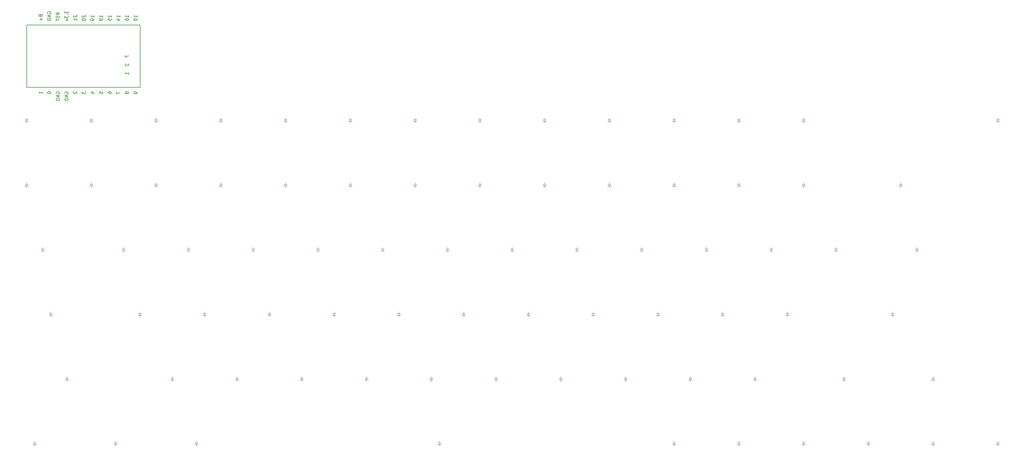
<source format=gbr>
%TF.GenerationSoftware,KiCad,Pcbnew,9.0.2*%
%TF.CreationDate,2025-06-25T18:54:02-05:00*%
%TF.ProjectId,MechaSlate,4d656368-6153-46c6-9174-652e6b696361,rev?*%
%TF.SameCoordinates,Original*%
%TF.FileFunction,Legend,Bot*%
%TF.FilePolarity,Positive*%
%FSLAX46Y46*%
G04 Gerber Fmt 4.6, Leading zero omitted, Abs format (unit mm)*
G04 Created by KiCad (PCBNEW 9.0.2) date 2025-06-25 18:54:02*
%MOMM*%
%LPD*%
G01*
G04 APERTURE LIST*
%ADD10C,0.200000*%
%ADD11C,0.100000*%
G04 APERTURE END LIST*
D10*
X205027217Y-131386667D02*
X205027217Y-132053333D01*
X205027217Y-132053333D02*
X206027217Y-131624762D01*
X205122457Y-133974286D02*
X205074838Y-134021905D01*
X205074838Y-134021905D02*
X205027219Y-134117143D01*
X205027219Y-134117143D02*
X205027219Y-134355238D01*
X205027219Y-134355238D02*
X205074838Y-134450476D01*
X205074838Y-134450476D02*
X205122457Y-134498095D01*
X205122457Y-134498095D02*
X205217695Y-134545714D01*
X205217695Y-134545714D02*
X205312933Y-134545714D01*
X205312933Y-134545714D02*
X205455790Y-134498095D01*
X205455790Y-134498095D02*
X206027219Y-133926667D01*
X206027219Y-133926667D02*
X206027219Y-134545714D01*
X199947219Y-142678244D02*
X199947219Y-142487768D01*
X199947219Y-142487768D02*
X199994838Y-142392530D01*
X199994838Y-142392530D02*
X200042457Y-142344911D01*
X200042457Y-142344911D02*
X200185314Y-142249673D01*
X200185314Y-142249673D02*
X200375790Y-142202054D01*
X200375790Y-142202054D02*
X200756742Y-142202054D01*
X200756742Y-142202054D02*
X200851980Y-142249673D01*
X200851980Y-142249673D02*
X200899600Y-142297292D01*
X200899600Y-142297292D02*
X200947219Y-142392530D01*
X200947219Y-142392530D02*
X200947219Y-142583006D01*
X200947219Y-142583006D02*
X200899600Y-142678244D01*
X200899600Y-142678244D02*
X200851980Y-142725863D01*
X200851980Y-142725863D02*
X200756742Y-142773482D01*
X200756742Y-142773482D02*
X200518647Y-142773482D01*
X200518647Y-142773482D02*
X200423409Y-142725863D01*
X200423409Y-142725863D02*
X200375790Y-142678244D01*
X200375790Y-142678244D02*
X200328171Y-142583006D01*
X200328171Y-142583006D02*
X200328171Y-142392530D01*
X200328171Y-142392530D02*
X200375790Y-142297292D01*
X200375790Y-142297292D02*
X200423409Y-142249673D01*
X200423409Y-142249673D02*
X200518647Y-142202054D01*
X182167219Y-142440149D02*
X182167219Y-142535387D01*
X182167219Y-142535387D02*
X182214838Y-142630625D01*
X182214838Y-142630625D02*
X182262457Y-142678244D01*
X182262457Y-142678244D02*
X182357695Y-142725863D01*
X182357695Y-142725863D02*
X182548171Y-142773482D01*
X182548171Y-142773482D02*
X182786266Y-142773482D01*
X182786266Y-142773482D02*
X182976742Y-142725863D01*
X182976742Y-142725863D02*
X183071980Y-142678244D01*
X183071980Y-142678244D02*
X183119600Y-142630625D01*
X183119600Y-142630625D02*
X183167219Y-142535387D01*
X183167219Y-142535387D02*
X183167219Y-142440149D01*
X183167219Y-142440149D02*
X183119600Y-142344911D01*
X183119600Y-142344911D02*
X183071980Y-142297292D01*
X183071980Y-142297292D02*
X182976742Y-142249673D01*
X182976742Y-142249673D02*
X182786266Y-142202054D01*
X182786266Y-142202054D02*
X182548171Y-142202054D01*
X182548171Y-142202054D02*
X182357695Y-142249673D01*
X182357695Y-142249673D02*
X182262457Y-142297292D01*
X182262457Y-142297292D02*
X182214838Y-142344911D01*
X182214838Y-142344911D02*
X182167219Y-142440149D01*
X187294838Y-142773482D02*
X187247219Y-142678244D01*
X187247219Y-142678244D02*
X187247219Y-142535387D01*
X187247219Y-142535387D02*
X187294838Y-142392530D01*
X187294838Y-142392530D02*
X187390076Y-142297292D01*
X187390076Y-142297292D02*
X187485314Y-142249673D01*
X187485314Y-142249673D02*
X187675790Y-142202054D01*
X187675790Y-142202054D02*
X187818647Y-142202054D01*
X187818647Y-142202054D02*
X188009123Y-142249673D01*
X188009123Y-142249673D02*
X188104361Y-142297292D01*
X188104361Y-142297292D02*
X188199600Y-142392530D01*
X188199600Y-142392530D02*
X188247219Y-142535387D01*
X188247219Y-142535387D02*
X188247219Y-142630625D01*
X188247219Y-142630625D02*
X188199600Y-142773482D01*
X188199600Y-142773482D02*
X188151980Y-142821101D01*
X188151980Y-142821101D02*
X187818647Y-142821101D01*
X187818647Y-142821101D02*
X187818647Y-142630625D01*
X188247219Y-143249673D02*
X187247219Y-143249673D01*
X187247219Y-143249673D02*
X188247219Y-143821101D01*
X188247219Y-143821101D02*
X187247219Y-143821101D01*
X188247219Y-144297292D02*
X187247219Y-144297292D01*
X187247219Y-144297292D02*
X187247219Y-144535387D01*
X187247219Y-144535387D02*
X187294838Y-144678244D01*
X187294838Y-144678244D02*
X187390076Y-144773482D01*
X187390076Y-144773482D02*
X187485314Y-144821101D01*
X187485314Y-144821101D02*
X187675790Y-144868720D01*
X187675790Y-144868720D02*
X187818647Y-144868720D01*
X187818647Y-144868720D02*
X188009123Y-144821101D01*
X188009123Y-144821101D02*
X188104361Y-144773482D01*
X188104361Y-144773482D02*
X188199600Y-144678244D01*
X188199600Y-144678244D02*
X188247219Y-144535387D01*
X188247219Y-144535387D02*
X188247219Y-144297292D01*
X206027219Y-137085714D02*
X206027219Y-136514286D01*
X206027219Y-136800000D02*
X205027219Y-136800000D01*
X205027219Y-136800000D02*
X205170076Y-136704762D01*
X205170076Y-136704762D02*
X205265314Y-136609524D01*
X205265314Y-136609524D02*
X205312933Y-136514286D01*
X200947219Y-120285564D02*
X200947219Y-119714136D01*
X200947219Y-119999850D02*
X199947219Y-119999850D01*
X199947219Y-119999850D02*
X200090076Y-119904612D01*
X200090076Y-119904612D02*
X200185314Y-119809374D01*
X200185314Y-119809374D02*
X200232933Y-119714136D01*
X199947219Y-121190326D02*
X199947219Y-120714136D01*
X199947219Y-120714136D02*
X200423409Y-120666517D01*
X200423409Y-120666517D02*
X200375790Y-120714136D01*
X200375790Y-120714136D02*
X200328171Y-120809374D01*
X200328171Y-120809374D02*
X200328171Y-121047469D01*
X200328171Y-121047469D02*
X200375790Y-121142707D01*
X200375790Y-121142707D02*
X200423409Y-121190326D01*
X200423409Y-121190326D02*
X200518647Y-121237945D01*
X200518647Y-121237945D02*
X200756742Y-121237945D01*
X200756742Y-121237945D02*
X200851980Y-121190326D01*
X200851980Y-121190326D02*
X200899600Y-121142707D01*
X200899600Y-121142707D02*
X200947219Y-121047469D01*
X200947219Y-121047469D02*
X200947219Y-120809374D01*
X200947219Y-120809374D02*
X200899600Y-120714136D01*
X200899600Y-120714136D02*
X200851980Y-120666517D01*
X206027219Y-120285564D02*
X206027219Y-119714136D01*
X206027219Y-119999850D02*
X205027219Y-119999850D01*
X205027219Y-119999850D02*
X205170076Y-119904612D01*
X205170076Y-119904612D02*
X205265314Y-119809374D01*
X205265314Y-119809374D02*
X205312933Y-119714136D01*
X205027219Y-121142707D02*
X205027219Y-120952231D01*
X205027219Y-120952231D02*
X205074838Y-120856993D01*
X205074838Y-120856993D02*
X205122457Y-120809374D01*
X205122457Y-120809374D02*
X205265314Y-120714136D01*
X205265314Y-120714136D02*
X205455790Y-120666517D01*
X205455790Y-120666517D02*
X205836742Y-120666517D01*
X205836742Y-120666517D02*
X205931980Y-120714136D01*
X205931980Y-120714136D02*
X205979600Y-120761755D01*
X205979600Y-120761755D02*
X206027219Y-120856993D01*
X206027219Y-120856993D02*
X206027219Y-121047469D01*
X206027219Y-121047469D02*
X205979600Y-121142707D01*
X205979600Y-121142707D02*
X205931980Y-121190326D01*
X205931980Y-121190326D02*
X205836742Y-121237945D01*
X205836742Y-121237945D02*
X205598647Y-121237945D01*
X205598647Y-121237945D02*
X205503409Y-121190326D01*
X205503409Y-121190326D02*
X205455790Y-121142707D01*
X205455790Y-121142707D02*
X205408171Y-121047469D01*
X205408171Y-121047469D02*
X205408171Y-120856993D01*
X205408171Y-120856993D02*
X205455790Y-120761755D01*
X205455790Y-120761755D02*
X205503409Y-120714136D01*
X205503409Y-120714136D02*
X205598647Y-120666517D01*
X203487219Y-120285564D02*
X203487219Y-119714136D01*
X203487219Y-119999850D02*
X202487219Y-119999850D01*
X202487219Y-119999850D02*
X202630076Y-119904612D01*
X202630076Y-119904612D02*
X202725314Y-119809374D01*
X202725314Y-119809374D02*
X202772933Y-119714136D01*
X202820552Y-121142707D02*
X203487219Y-121142707D01*
X202439600Y-120904612D02*
X203153885Y-120666517D01*
X203153885Y-120666517D02*
X203153885Y-121285564D01*
X182214838Y-119142707D02*
X182167219Y-119047469D01*
X182167219Y-119047469D02*
X182167219Y-118904612D01*
X182167219Y-118904612D02*
X182214838Y-118761755D01*
X182214838Y-118761755D02*
X182310076Y-118666517D01*
X182310076Y-118666517D02*
X182405314Y-118618898D01*
X182405314Y-118618898D02*
X182595790Y-118571279D01*
X182595790Y-118571279D02*
X182738647Y-118571279D01*
X182738647Y-118571279D02*
X182929123Y-118618898D01*
X182929123Y-118618898D02*
X183024361Y-118666517D01*
X183024361Y-118666517D02*
X183119600Y-118761755D01*
X183119600Y-118761755D02*
X183167219Y-118904612D01*
X183167219Y-118904612D02*
X183167219Y-118999850D01*
X183167219Y-118999850D02*
X183119600Y-119142707D01*
X183119600Y-119142707D02*
X183071980Y-119190326D01*
X183071980Y-119190326D02*
X182738647Y-119190326D01*
X182738647Y-119190326D02*
X182738647Y-118999850D01*
X183167219Y-119618898D02*
X182167219Y-119618898D01*
X182167219Y-119618898D02*
X183167219Y-120190326D01*
X183167219Y-120190326D02*
X182167219Y-120190326D01*
X183167219Y-120666517D02*
X182167219Y-120666517D01*
X182167219Y-120666517D02*
X182167219Y-120904612D01*
X182167219Y-120904612D02*
X182214838Y-121047469D01*
X182214838Y-121047469D02*
X182310076Y-121142707D01*
X182310076Y-121142707D02*
X182405314Y-121190326D01*
X182405314Y-121190326D02*
X182595790Y-121237945D01*
X182595790Y-121237945D02*
X182738647Y-121237945D01*
X182738647Y-121237945D02*
X182929123Y-121190326D01*
X182929123Y-121190326D02*
X183024361Y-121142707D01*
X183024361Y-121142707D02*
X183119600Y-121047469D01*
X183119600Y-121047469D02*
X183167219Y-120904612D01*
X183167219Y-120904612D02*
X183167219Y-120666517D01*
X184754838Y-142773482D02*
X184707219Y-142678244D01*
X184707219Y-142678244D02*
X184707219Y-142535387D01*
X184707219Y-142535387D02*
X184754838Y-142392530D01*
X184754838Y-142392530D02*
X184850076Y-142297292D01*
X184850076Y-142297292D02*
X184945314Y-142249673D01*
X184945314Y-142249673D02*
X185135790Y-142202054D01*
X185135790Y-142202054D02*
X185278647Y-142202054D01*
X185278647Y-142202054D02*
X185469123Y-142249673D01*
X185469123Y-142249673D02*
X185564361Y-142297292D01*
X185564361Y-142297292D02*
X185659600Y-142392530D01*
X185659600Y-142392530D02*
X185707219Y-142535387D01*
X185707219Y-142535387D02*
X185707219Y-142630625D01*
X185707219Y-142630625D02*
X185659600Y-142773482D01*
X185659600Y-142773482D02*
X185611980Y-142821101D01*
X185611980Y-142821101D02*
X185278647Y-142821101D01*
X185278647Y-142821101D02*
X185278647Y-142630625D01*
X185707219Y-143249673D02*
X184707219Y-143249673D01*
X184707219Y-143249673D02*
X185707219Y-143821101D01*
X185707219Y-143821101D02*
X184707219Y-143821101D01*
X185707219Y-144297292D02*
X184707219Y-144297292D01*
X184707219Y-144297292D02*
X184707219Y-144535387D01*
X184707219Y-144535387D02*
X184754838Y-144678244D01*
X184754838Y-144678244D02*
X184850076Y-144773482D01*
X184850076Y-144773482D02*
X184945314Y-144821101D01*
X184945314Y-144821101D02*
X185135790Y-144868720D01*
X185135790Y-144868720D02*
X185278647Y-144868720D01*
X185278647Y-144868720D02*
X185469123Y-144821101D01*
X185469123Y-144821101D02*
X185564361Y-144773482D01*
X185564361Y-144773482D02*
X185659600Y-144678244D01*
X185659600Y-144678244D02*
X185707219Y-144535387D01*
X185707219Y-144535387D02*
X185707219Y-144297292D01*
X180103409Y-119761755D02*
X180151028Y-119904612D01*
X180151028Y-119904612D02*
X180198647Y-119952231D01*
X180198647Y-119952231D02*
X180293885Y-119999850D01*
X180293885Y-119999850D02*
X180436742Y-119999850D01*
X180436742Y-119999850D02*
X180531980Y-119952231D01*
X180531980Y-119952231D02*
X180579600Y-119904612D01*
X180579600Y-119904612D02*
X180627219Y-119809374D01*
X180627219Y-119809374D02*
X180627219Y-119428422D01*
X180627219Y-119428422D02*
X179627219Y-119428422D01*
X179627219Y-119428422D02*
X179627219Y-119761755D01*
X179627219Y-119761755D02*
X179674838Y-119856993D01*
X179674838Y-119856993D02*
X179722457Y-119904612D01*
X179722457Y-119904612D02*
X179817695Y-119952231D01*
X179817695Y-119952231D02*
X179912933Y-119952231D01*
X179912933Y-119952231D02*
X180008171Y-119904612D01*
X180008171Y-119904612D02*
X180055790Y-119856993D01*
X180055790Y-119856993D02*
X180103409Y-119761755D01*
X180103409Y-119761755D02*
X180103409Y-119428422D01*
X180246266Y-120428422D02*
X180246266Y-121190327D01*
X180627219Y-120809374D02*
X179865314Y-120809374D01*
X185707219Y-119523659D02*
X185231028Y-119190326D01*
X185707219Y-118952231D02*
X184707219Y-118952231D01*
X184707219Y-118952231D02*
X184707219Y-119333183D01*
X184707219Y-119333183D02*
X184754838Y-119428421D01*
X184754838Y-119428421D02*
X184802457Y-119476040D01*
X184802457Y-119476040D02*
X184897695Y-119523659D01*
X184897695Y-119523659D02*
X185040552Y-119523659D01*
X185040552Y-119523659D02*
X185135790Y-119476040D01*
X185135790Y-119476040D02*
X185183409Y-119428421D01*
X185183409Y-119428421D02*
X185231028Y-119333183D01*
X185231028Y-119333183D02*
X185231028Y-118952231D01*
X185659600Y-119904612D02*
X185707219Y-120047469D01*
X185707219Y-120047469D02*
X185707219Y-120285564D01*
X185707219Y-120285564D02*
X185659600Y-120380802D01*
X185659600Y-120380802D02*
X185611980Y-120428421D01*
X185611980Y-120428421D02*
X185516742Y-120476040D01*
X185516742Y-120476040D02*
X185421504Y-120476040D01*
X185421504Y-120476040D02*
X185326266Y-120428421D01*
X185326266Y-120428421D02*
X185278647Y-120380802D01*
X185278647Y-120380802D02*
X185231028Y-120285564D01*
X185231028Y-120285564D02*
X185183409Y-120095088D01*
X185183409Y-120095088D02*
X185135790Y-119999850D01*
X185135790Y-119999850D02*
X185088171Y-119952231D01*
X185088171Y-119952231D02*
X184992933Y-119904612D01*
X184992933Y-119904612D02*
X184897695Y-119904612D01*
X184897695Y-119904612D02*
X184802457Y-119952231D01*
X184802457Y-119952231D02*
X184754838Y-119999850D01*
X184754838Y-119999850D02*
X184707219Y-120095088D01*
X184707219Y-120095088D02*
X184707219Y-120333183D01*
X184707219Y-120333183D02*
X184754838Y-120476040D01*
X184707219Y-120761755D02*
X184707219Y-121333183D01*
X185707219Y-121047469D02*
X184707219Y-121047469D01*
X189882457Y-119714136D02*
X189834838Y-119761755D01*
X189834838Y-119761755D02*
X189787219Y-119856993D01*
X189787219Y-119856993D02*
X189787219Y-120095088D01*
X189787219Y-120095088D02*
X189834838Y-120190326D01*
X189834838Y-120190326D02*
X189882457Y-120237945D01*
X189882457Y-120237945D02*
X189977695Y-120285564D01*
X189977695Y-120285564D02*
X190072933Y-120285564D01*
X190072933Y-120285564D02*
X190215790Y-120237945D01*
X190215790Y-120237945D02*
X190787219Y-119666517D01*
X190787219Y-119666517D02*
X190787219Y-120285564D01*
X190787219Y-121237945D02*
X190787219Y-120666517D01*
X190787219Y-120952231D02*
X189787219Y-120952231D01*
X189787219Y-120952231D02*
X189930076Y-120856993D01*
X189930076Y-120856993D02*
X190025314Y-120761755D01*
X190025314Y-120761755D02*
X190072933Y-120666517D01*
X195867219Y-120285564D02*
X195867219Y-119714136D01*
X195867219Y-119999850D02*
X194867219Y-119999850D01*
X194867219Y-119999850D02*
X195010076Y-119904612D01*
X195010076Y-119904612D02*
X195105314Y-119809374D01*
X195105314Y-119809374D02*
X195152933Y-119714136D01*
X195867219Y-120761755D02*
X195867219Y-120952231D01*
X195867219Y-120952231D02*
X195819600Y-121047469D01*
X195819600Y-121047469D02*
X195771980Y-121095088D01*
X195771980Y-121095088D02*
X195629123Y-121190326D01*
X195629123Y-121190326D02*
X195438647Y-121237945D01*
X195438647Y-121237945D02*
X195057695Y-121237945D01*
X195057695Y-121237945D02*
X194962457Y-121190326D01*
X194962457Y-121190326D02*
X194914838Y-121142707D01*
X194914838Y-121142707D02*
X194867219Y-121047469D01*
X194867219Y-121047469D02*
X194867219Y-120856993D01*
X194867219Y-120856993D02*
X194914838Y-120761755D01*
X194914838Y-120761755D02*
X194962457Y-120714136D01*
X194962457Y-120714136D02*
X195057695Y-120666517D01*
X195057695Y-120666517D02*
X195295790Y-120666517D01*
X195295790Y-120666517D02*
X195391028Y-120714136D01*
X195391028Y-120714136D02*
X195438647Y-120761755D01*
X195438647Y-120761755D02*
X195486266Y-120856993D01*
X195486266Y-120856993D02*
X195486266Y-121047469D01*
X195486266Y-121047469D02*
X195438647Y-121142707D01*
X195438647Y-121142707D02*
X195391028Y-121190326D01*
X195391028Y-121190326D02*
X195295790Y-121237945D01*
X208567219Y-142297292D02*
X208567219Y-142487768D01*
X208567219Y-142487768D02*
X208519600Y-142583006D01*
X208519600Y-142583006D02*
X208471980Y-142630625D01*
X208471980Y-142630625D02*
X208329123Y-142725863D01*
X208329123Y-142725863D02*
X208138647Y-142773482D01*
X208138647Y-142773482D02*
X207757695Y-142773482D01*
X207757695Y-142773482D02*
X207662457Y-142725863D01*
X207662457Y-142725863D02*
X207614838Y-142678244D01*
X207614838Y-142678244D02*
X207567219Y-142583006D01*
X207567219Y-142583006D02*
X207567219Y-142392530D01*
X207567219Y-142392530D02*
X207614838Y-142297292D01*
X207614838Y-142297292D02*
X207662457Y-142249673D01*
X207662457Y-142249673D02*
X207757695Y-142202054D01*
X207757695Y-142202054D02*
X207995790Y-142202054D01*
X207995790Y-142202054D02*
X208091028Y-142249673D01*
X208091028Y-142249673D02*
X208138647Y-142297292D01*
X208138647Y-142297292D02*
X208186266Y-142392530D01*
X208186266Y-142392530D02*
X208186266Y-142583006D01*
X208186266Y-142583006D02*
X208138647Y-142678244D01*
X208138647Y-142678244D02*
X208091028Y-142725863D01*
X208091028Y-142725863D02*
X207995790Y-142773482D01*
X202487219Y-142154435D02*
X202487219Y-142821101D01*
X202487219Y-142821101D02*
X203487219Y-142392530D01*
X180627219Y-142773482D02*
X180627219Y-142202054D01*
X180627219Y-142487768D02*
X179627219Y-142487768D01*
X179627219Y-142487768D02*
X179770076Y-142392530D01*
X179770076Y-142392530D02*
X179865314Y-142297292D01*
X179865314Y-142297292D02*
X179912933Y-142202054D01*
X208567219Y-120285564D02*
X208567219Y-119714136D01*
X208567219Y-119999850D02*
X207567219Y-119999850D01*
X207567219Y-119999850D02*
X207710076Y-119904612D01*
X207710076Y-119904612D02*
X207805314Y-119809374D01*
X207805314Y-119809374D02*
X207852933Y-119714136D01*
X207567219Y-120904612D02*
X207567219Y-120999850D01*
X207567219Y-120999850D02*
X207614838Y-121095088D01*
X207614838Y-121095088D02*
X207662457Y-121142707D01*
X207662457Y-121142707D02*
X207757695Y-121190326D01*
X207757695Y-121190326D02*
X207948171Y-121237945D01*
X207948171Y-121237945D02*
X208186266Y-121237945D01*
X208186266Y-121237945D02*
X208376742Y-121190326D01*
X208376742Y-121190326D02*
X208471980Y-121142707D01*
X208471980Y-121142707D02*
X208519600Y-121095088D01*
X208519600Y-121095088D02*
X208567219Y-120999850D01*
X208567219Y-120999850D02*
X208567219Y-120904612D01*
X208567219Y-120904612D02*
X208519600Y-120809374D01*
X208519600Y-120809374D02*
X208471980Y-120761755D01*
X208471980Y-120761755D02*
X208376742Y-120714136D01*
X208376742Y-120714136D02*
X208186266Y-120666517D01*
X208186266Y-120666517D02*
X207948171Y-120666517D01*
X207948171Y-120666517D02*
X207757695Y-120714136D01*
X207757695Y-120714136D02*
X207662457Y-120761755D01*
X207662457Y-120761755D02*
X207614838Y-120809374D01*
X207614838Y-120809374D02*
X207567219Y-120904612D01*
X198407219Y-120285564D02*
X198407219Y-119714136D01*
X198407219Y-119999850D02*
X197407219Y-119999850D01*
X197407219Y-119999850D02*
X197550076Y-119904612D01*
X197550076Y-119904612D02*
X197645314Y-119809374D01*
X197645314Y-119809374D02*
X197692933Y-119714136D01*
X197835790Y-120856993D02*
X197788171Y-120761755D01*
X197788171Y-120761755D02*
X197740552Y-120714136D01*
X197740552Y-120714136D02*
X197645314Y-120666517D01*
X197645314Y-120666517D02*
X197597695Y-120666517D01*
X197597695Y-120666517D02*
X197502457Y-120714136D01*
X197502457Y-120714136D02*
X197454838Y-120761755D01*
X197454838Y-120761755D02*
X197407219Y-120856993D01*
X197407219Y-120856993D02*
X197407219Y-121047469D01*
X197407219Y-121047469D02*
X197454838Y-121142707D01*
X197454838Y-121142707D02*
X197502457Y-121190326D01*
X197502457Y-121190326D02*
X197597695Y-121237945D01*
X197597695Y-121237945D02*
X197645314Y-121237945D01*
X197645314Y-121237945D02*
X197740552Y-121190326D01*
X197740552Y-121190326D02*
X197788171Y-121142707D01*
X197788171Y-121142707D02*
X197835790Y-121047469D01*
X197835790Y-121047469D02*
X197835790Y-120856993D01*
X197835790Y-120856993D02*
X197883409Y-120761755D01*
X197883409Y-120761755D02*
X197931028Y-120714136D01*
X197931028Y-120714136D02*
X198026266Y-120666517D01*
X198026266Y-120666517D02*
X198216742Y-120666517D01*
X198216742Y-120666517D02*
X198311980Y-120714136D01*
X198311980Y-120714136D02*
X198359600Y-120761755D01*
X198359600Y-120761755D02*
X198407219Y-120856993D01*
X198407219Y-120856993D02*
X198407219Y-121047469D01*
X198407219Y-121047469D02*
X198359600Y-121142707D01*
X198359600Y-121142707D02*
X198311980Y-121190326D01*
X198311980Y-121190326D02*
X198216742Y-121237945D01*
X198216742Y-121237945D02*
X198026266Y-121237945D01*
X198026266Y-121237945D02*
X197931028Y-121190326D01*
X197931028Y-121190326D02*
X197883409Y-121142707D01*
X197883409Y-121142707D02*
X197835790Y-121047469D01*
X192422457Y-119714136D02*
X192374838Y-119761755D01*
X192374838Y-119761755D02*
X192327219Y-119856993D01*
X192327219Y-119856993D02*
X192327219Y-120095088D01*
X192327219Y-120095088D02*
X192374838Y-120190326D01*
X192374838Y-120190326D02*
X192422457Y-120237945D01*
X192422457Y-120237945D02*
X192517695Y-120285564D01*
X192517695Y-120285564D02*
X192612933Y-120285564D01*
X192612933Y-120285564D02*
X192755790Y-120237945D01*
X192755790Y-120237945D02*
X193327219Y-119666517D01*
X193327219Y-119666517D02*
X193327219Y-120285564D01*
X192327219Y-120904612D02*
X192327219Y-120999850D01*
X192327219Y-120999850D02*
X192374838Y-121095088D01*
X192374838Y-121095088D02*
X192422457Y-121142707D01*
X192422457Y-121142707D02*
X192517695Y-121190326D01*
X192517695Y-121190326D02*
X192708171Y-121237945D01*
X192708171Y-121237945D02*
X192946266Y-121237945D01*
X192946266Y-121237945D02*
X193136742Y-121190326D01*
X193136742Y-121190326D02*
X193231980Y-121142707D01*
X193231980Y-121142707D02*
X193279600Y-121095088D01*
X193279600Y-121095088D02*
X193327219Y-120999850D01*
X193327219Y-120999850D02*
X193327219Y-120904612D01*
X193327219Y-120904612D02*
X193279600Y-120809374D01*
X193279600Y-120809374D02*
X193231980Y-120761755D01*
X193231980Y-120761755D02*
X193136742Y-120714136D01*
X193136742Y-120714136D02*
X192946266Y-120666517D01*
X192946266Y-120666517D02*
X192708171Y-120666517D01*
X192708171Y-120666517D02*
X192517695Y-120714136D01*
X192517695Y-120714136D02*
X192422457Y-120761755D01*
X192422457Y-120761755D02*
X192374838Y-120809374D01*
X192374838Y-120809374D02*
X192327219Y-120904612D01*
X189882457Y-142202054D02*
X189834838Y-142249673D01*
X189834838Y-142249673D02*
X189787219Y-142344911D01*
X189787219Y-142344911D02*
X189787219Y-142583006D01*
X189787219Y-142583006D02*
X189834838Y-142678244D01*
X189834838Y-142678244D02*
X189882457Y-142725863D01*
X189882457Y-142725863D02*
X189977695Y-142773482D01*
X189977695Y-142773482D02*
X190072933Y-142773482D01*
X190072933Y-142773482D02*
X190215790Y-142725863D01*
X190215790Y-142725863D02*
X190787219Y-142154435D01*
X190787219Y-142154435D02*
X190787219Y-142773482D01*
X192327219Y-142154435D02*
X192327219Y-142773482D01*
X192327219Y-142773482D02*
X192708171Y-142440149D01*
X192708171Y-142440149D02*
X192708171Y-142583006D01*
X192708171Y-142583006D02*
X192755790Y-142678244D01*
X192755790Y-142678244D02*
X192803409Y-142725863D01*
X192803409Y-142725863D02*
X192898647Y-142773482D01*
X192898647Y-142773482D02*
X193136742Y-142773482D01*
X193136742Y-142773482D02*
X193231980Y-142725863D01*
X193231980Y-142725863D02*
X193279600Y-142678244D01*
X193279600Y-142678244D02*
X193327219Y-142583006D01*
X193327219Y-142583006D02*
X193327219Y-142297292D01*
X193327219Y-142297292D02*
X193279600Y-142202054D01*
X193279600Y-142202054D02*
X193231980Y-142154435D01*
X195200552Y-142678244D02*
X195867219Y-142678244D01*
X194819600Y-142440149D02*
X195533885Y-142202054D01*
X195533885Y-142202054D02*
X195533885Y-142821101D01*
X197407219Y-142725863D02*
X197407219Y-142249673D01*
X197407219Y-142249673D02*
X197883409Y-142202054D01*
X197883409Y-142202054D02*
X197835790Y-142249673D01*
X197835790Y-142249673D02*
X197788171Y-142344911D01*
X197788171Y-142344911D02*
X197788171Y-142583006D01*
X197788171Y-142583006D02*
X197835790Y-142678244D01*
X197835790Y-142678244D02*
X197883409Y-142725863D01*
X197883409Y-142725863D02*
X197978647Y-142773482D01*
X197978647Y-142773482D02*
X198216742Y-142773482D01*
X198216742Y-142773482D02*
X198311980Y-142725863D01*
X198311980Y-142725863D02*
X198359600Y-142678244D01*
X198359600Y-142678244D02*
X198407219Y-142583006D01*
X198407219Y-142583006D02*
X198407219Y-142344911D01*
X198407219Y-142344911D02*
X198359600Y-142249673D01*
X198359600Y-142249673D02*
X198311980Y-142202054D01*
X205455790Y-142392530D02*
X205408171Y-142297292D01*
X205408171Y-142297292D02*
X205360552Y-142249673D01*
X205360552Y-142249673D02*
X205265314Y-142202054D01*
X205265314Y-142202054D02*
X205217695Y-142202054D01*
X205217695Y-142202054D02*
X205122457Y-142249673D01*
X205122457Y-142249673D02*
X205074838Y-142297292D01*
X205074838Y-142297292D02*
X205027219Y-142392530D01*
X205027219Y-142392530D02*
X205027219Y-142583006D01*
X205027219Y-142583006D02*
X205074838Y-142678244D01*
X205074838Y-142678244D02*
X205122457Y-142725863D01*
X205122457Y-142725863D02*
X205217695Y-142773482D01*
X205217695Y-142773482D02*
X205265314Y-142773482D01*
X205265314Y-142773482D02*
X205360552Y-142725863D01*
X205360552Y-142725863D02*
X205408171Y-142678244D01*
X205408171Y-142678244D02*
X205455790Y-142583006D01*
X205455790Y-142583006D02*
X205455790Y-142392530D01*
X205455790Y-142392530D02*
X205503409Y-142297292D01*
X205503409Y-142297292D02*
X205551028Y-142249673D01*
X205551028Y-142249673D02*
X205646266Y-142202054D01*
X205646266Y-142202054D02*
X205836742Y-142202054D01*
X205836742Y-142202054D02*
X205931980Y-142249673D01*
X205931980Y-142249673D02*
X205979600Y-142297292D01*
X205979600Y-142297292D02*
X206027219Y-142392530D01*
X206027219Y-142392530D02*
X206027219Y-142583006D01*
X206027219Y-142583006D02*
X205979600Y-142678244D01*
X205979600Y-142678244D02*
X205931980Y-142725863D01*
X205931980Y-142725863D02*
X205836742Y-142773482D01*
X205836742Y-142773482D02*
X205646266Y-142773482D01*
X205646266Y-142773482D02*
X205551028Y-142725863D01*
X205551028Y-142725863D02*
X205503409Y-142678244D01*
X205503409Y-142678244D02*
X205455790Y-142583006D01*
X187247219Y-118428422D02*
X187247219Y-119047469D01*
X187247219Y-119047469D02*
X187628171Y-118714136D01*
X187628171Y-118714136D02*
X187628171Y-118856993D01*
X187628171Y-118856993D02*
X187675790Y-118952231D01*
X187675790Y-118952231D02*
X187723409Y-118999850D01*
X187723409Y-118999850D02*
X187818647Y-119047469D01*
X187818647Y-119047469D02*
X188056742Y-119047469D01*
X188056742Y-119047469D02*
X188151980Y-118999850D01*
X188151980Y-118999850D02*
X188199600Y-118952231D01*
X188199600Y-118952231D02*
X188247219Y-118856993D01*
X188247219Y-118856993D02*
X188247219Y-118571279D01*
X188247219Y-118571279D02*
X188199600Y-118476041D01*
X188199600Y-118476041D02*
X188151980Y-118428422D01*
X188151980Y-119476041D02*
X188199600Y-119523660D01*
X188199600Y-119523660D02*
X188247219Y-119476041D01*
X188247219Y-119476041D02*
X188199600Y-119428422D01*
X188199600Y-119428422D02*
X188151980Y-119476041D01*
X188151980Y-119476041D02*
X188247219Y-119476041D01*
X187247219Y-119856993D02*
X187247219Y-120476040D01*
X187247219Y-120476040D02*
X187628171Y-120142707D01*
X187628171Y-120142707D02*
X187628171Y-120285564D01*
X187628171Y-120285564D02*
X187675790Y-120380802D01*
X187675790Y-120380802D02*
X187723409Y-120428421D01*
X187723409Y-120428421D02*
X187818647Y-120476040D01*
X187818647Y-120476040D02*
X188056742Y-120476040D01*
X188056742Y-120476040D02*
X188151980Y-120428421D01*
X188151980Y-120428421D02*
X188199600Y-120380802D01*
X188199600Y-120380802D02*
X188247219Y-120285564D01*
X188247219Y-120285564D02*
X188247219Y-119999850D01*
X188247219Y-119999850D02*
X188199600Y-119904612D01*
X188199600Y-119904612D02*
X188151980Y-119856993D01*
X187580552Y-120809374D02*
X188247219Y-121047469D01*
X188247219Y-121047469D02*
X187580552Y-121285564D01*
%TO.C,U2*%
X176085000Y-122570000D02*
X176085000Y-140870000D01*
X209385000Y-122570000D02*
X176085000Y-122570000D01*
X209385000Y-122570000D02*
X209385000Y-140870000D01*
X209385000Y-140870000D02*
X176085000Y-140870000D01*
D11*
%TO.C,D77*%
X442255000Y-245610000D02*
X442655000Y-246210000D01*
X442655000Y-245610000D02*
X442655000Y-245110000D01*
X442655000Y-246210000D02*
X443055000Y-245610000D01*
X442655000Y-246610000D02*
X442655000Y-246210000D01*
X443055000Y-245610000D02*
X442255000Y-245610000D01*
X443205000Y-246210000D02*
X442105000Y-246210000D01*
%TO.C,D15*%
X175555000Y-169410000D02*
X175955000Y-170010000D01*
X175955000Y-169410000D02*
X175955000Y-168910000D01*
X175955000Y-170010000D02*
X176355000Y-169410000D01*
X175955000Y-170410000D02*
X175955000Y-170010000D01*
X176355000Y-169410000D02*
X175555000Y-169410000D01*
X176505000Y-170010000D02*
X175405000Y-170010000D01*
%TO.C,D65*%
X370817500Y-226560000D02*
X371217500Y-227160000D01*
X371217500Y-226560000D02*
X371217500Y-226060000D01*
X371217500Y-227160000D02*
X371617500Y-226560000D01*
X371217500Y-227560000D02*
X371217500Y-227160000D01*
X371617500Y-226560000D02*
X370817500Y-226560000D01*
X371767500Y-227160000D02*
X370667500Y-227160000D01*
%TO.C,D78*%
X461305000Y-245610000D02*
X461705000Y-246210000D01*
X461705000Y-245610000D02*
X461705000Y-245110000D01*
X461705000Y-246210000D02*
X462105000Y-245610000D01*
X461705000Y-246610000D02*
X461705000Y-246210000D01*
X462105000Y-245610000D02*
X461305000Y-245610000D01*
X462255000Y-246210000D02*
X461155000Y-246210000D01*
%TO.C,D54*%
X399392500Y-207510000D02*
X399792500Y-208110000D01*
X399792500Y-207510000D02*
X399792500Y-207010000D01*
X399792500Y-208110000D02*
X400192500Y-207510000D01*
X399792500Y-208510000D02*
X399792500Y-208110000D01*
X400192500Y-207510000D02*
X399392500Y-207510000D01*
X400342500Y-208110000D02*
X399242500Y-208110000D01*
%TO.C,D67*%
X416061250Y-226560000D02*
X416461250Y-227160000D01*
X416461250Y-226560000D02*
X416461250Y-226060000D01*
X416461250Y-227160000D02*
X416861250Y-226560000D01*
X416461250Y-227560000D02*
X416461250Y-227160000D01*
X416861250Y-226560000D02*
X416061250Y-226560000D01*
X417011250Y-227160000D02*
X415911250Y-227160000D01*
%TO.C,D29*%
X180317500Y-188460000D02*
X180717500Y-189060000D01*
X180717500Y-188460000D02*
X180717500Y-187960000D01*
X180717500Y-189060000D02*
X181117500Y-188460000D01*
X180717500Y-189460000D02*
X180717500Y-189060000D01*
X181117500Y-188460000D02*
X180317500Y-188460000D01*
X181267500Y-189060000D02*
X180167500Y-189060000D01*
%TO.C,D64*%
X351767500Y-226560000D02*
X352167500Y-227160000D01*
X352167500Y-226560000D02*
X352167500Y-226060000D01*
X352167500Y-227160000D02*
X352567500Y-226560000D01*
X352167500Y-227560000D02*
X352167500Y-227160000D01*
X352567500Y-226560000D02*
X351767500Y-226560000D01*
X352717500Y-227160000D02*
X351617500Y-227160000D01*
%TO.C,D75*%
X404155000Y-245610000D02*
X404555000Y-246210000D01*
X404555000Y-245610000D02*
X404555000Y-245110000D01*
X404555000Y-246210000D02*
X404955000Y-245610000D01*
X404555000Y-246610000D02*
X404555000Y-246210000D01*
X404955000Y-245610000D02*
X404155000Y-245610000D01*
X405105000Y-246210000D02*
X404005000Y-246210000D01*
%TO.C,D1*%
X175555000Y-150360000D02*
X175955000Y-150960000D01*
X175955000Y-150360000D02*
X175955000Y-149860000D01*
X175955000Y-150960000D02*
X176355000Y-150360000D01*
X175955000Y-151360000D02*
X175955000Y-150960000D01*
X176355000Y-150360000D02*
X175555000Y-150360000D01*
X176505000Y-150960000D02*
X175405000Y-150960000D01*
%TO.C,D36*%
X318430000Y-188460000D02*
X318830000Y-189060000D01*
X318830000Y-188460000D02*
X318830000Y-187960000D01*
X318830000Y-189060000D02*
X319230000Y-188460000D01*
X318830000Y-189460000D02*
X318830000Y-189060000D01*
X319230000Y-188460000D02*
X318430000Y-188460000D01*
X319380000Y-189060000D02*
X318280000Y-189060000D01*
%TO.C,D27*%
X404155000Y-169410000D02*
X404555000Y-170010000D01*
X404555000Y-169410000D02*
X404555000Y-168910000D01*
X404555000Y-170010000D02*
X404955000Y-169410000D01*
X404555000Y-170410000D02*
X404555000Y-170010000D01*
X404955000Y-169410000D02*
X404155000Y-169410000D01*
X405105000Y-170010000D02*
X404005000Y-170010000D01*
%TO.C,D31*%
X223180000Y-188460000D02*
X223580000Y-189060000D01*
X223580000Y-188460000D02*
X223580000Y-187960000D01*
X223580000Y-189060000D02*
X223980000Y-188460000D01*
X223580000Y-189460000D02*
X223580000Y-189060000D01*
X223980000Y-188460000D02*
X223180000Y-188460000D01*
X224130000Y-189060000D02*
X223030000Y-189060000D01*
%TO.C,D49*%
X304142500Y-207510000D02*
X304542500Y-208110000D01*
X304542500Y-207510000D02*
X304542500Y-207010000D01*
X304542500Y-208110000D02*
X304942500Y-207510000D01*
X304542500Y-208510000D02*
X304542500Y-208110000D01*
X304942500Y-207510000D02*
X304142500Y-207510000D01*
X305092500Y-208110000D02*
X303992500Y-208110000D01*
%TO.C,D28*%
X432730000Y-169410000D02*
X433130000Y-170010000D01*
X433130000Y-169410000D02*
X433130000Y-168910000D01*
X433130000Y-170010000D02*
X433530000Y-169410000D01*
X433130000Y-170410000D02*
X433130000Y-170010000D01*
X433530000Y-169410000D02*
X432730000Y-169410000D01*
X433680000Y-170010000D02*
X432580000Y-170010000D01*
%TO.C,D48*%
X285092500Y-207510000D02*
X285492500Y-208110000D01*
X285492500Y-207510000D02*
X285492500Y-207010000D01*
X285492500Y-208110000D02*
X285892500Y-207510000D01*
X285492500Y-208510000D02*
X285492500Y-208110000D01*
X285892500Y-207510000D02*
X285092500Y-207510000D01*
X286042500Y-208110000D02*
X284942500Y-208110000D01*
%TO.C,D2*%
X194605000Y-150360000D02*
X195005000Y-150960000D01*
X195005000Y-150360000D02*
X195005000Y-149860000D01*
X195005000Y-150960000D02*
X195405000Y-150360000D01*
X195005000Y-151360000D02*
X195005000Y-150960000D01*
X195405000Y-150360000D02*
X194605000Y-150360000D01*
X195555000Y-150960000D02*
X194455000Y-150960000D01*
%TO.C,D6*%
X270805000Y-150360000D02*
X271205000Y-150960000D01*
X271205000Y-150360000D02*
X271205000Y-149860000D01*
X271205000Y-150960000D02*
X271605000Y-150360000D01*
X271205000Y-151360000D02*
X271205000Y-150960000D01*
X271605000Y-150360000D02*
X270805000Y-150360000D01*
X271755000Y-150960000D02*
X270655000Y-150960000D01*
%TO.C,D8*%
X308905000Y-150360000D02*
X309305000Y-150960000D01*
X309305000Y-150360000D02*
X309305000Y-149860000D01*
X309305000Y-150960000D02*
X309705000Y-150360000D01*
X309305000Y-151360000D02*
X309305000Y-150960000D01*
X309705000Y-150360000D02*
X308905000Y-150360000D01*
X309855000Y-150960000D02*
X308755000Y-150960000D01*
%TO.C,D53*%
X380342500Y-207510000D02*
X380742500Y-208110000D01*
X380742500Y-207510000D02*
X380742500Y-207010000D01*
X380742500Y-208110000D02*
X381142500Y-207510000D01*
X380742500Y-208510000D02*
X380742500Y-208110000D01*
X381142500Y-207510000D02*
X380342500Y-207510000D01*
X381292500Y-208110000D02*
X380192500Y-208110000D01*
%TO.C,D25*%
X366055000Y-169410000D02*
X366455000Y-170010000D01*
X366455000Y-169410000D02*
X366455000Y-168910000D01*
X366455000Y-170010000D02*
X366855000Y-169410000D01*
X366455000Y-170410000D02*
X366455000Y-170010000D01*
X366855000Y-169410000D02*
X366055000Y-169410000D01*
X367005000Y-170010000D02*
X365905000Y-170010000D01*
%TO.C,D40*%
X394630000Y-188460000D02*
X395030000Y-189060000D01*
X395030000Y-188460000D02*
X395030000Y-187960000D01*
X395030000Y-189060000D02*
X395430000Y-188460000D01*
X395030000Y-189460000D02*
X395030000Y-189060000D01*
X395430000Y-188460000D02*
X394630000Y-188460000D01*
X395580000Y-189060000D02*
X394480000Y-189060000D01*
%TO.C,D4*%
X232705000Y-150360000D02*
X233105000Y-150960000D01*
X233105000Y-150360000D02*
X233105000Y-149860000D01*
X233105000Y-150960000D02*
X233505000Y-150360000D01*
X233105000Y-151360000D02*
X233105000Y-150960000D01*
X233505000Y-150360000D02*
X232705000Y-150360000D01*
X233655000Y-150960000D02*
X232555000Y-150960000D01*
%TO.C,D70*%
X201748750Y-245610000D02*
X202148750Y-246210000D01*
X202148750Y-245610000D02*
X202148750Y-245110000D01*
X202148750Y-246210000D02*
X202548750Y-245610000D01*
X202148750Y-246610000D02*
X202148750Y-246210000D01*
X202548750Y-245610000D02*
X201748750Y-245610000D01*
X202698750Y-246210000D02*
X201598750Y-246210000D01*
%TO.C,D58*%
X237467500Y-226560000D02*
X237867500Y-227160000D01*
X237867500Y-226560000D02*
X237867500Y-226060000D01*
X237867500Y-227160000D02*
X238267500Y-226560000D01*
X237867500Y-227560000D02*
X237867500Y-227160000D01*
X238267500Y-226560000D02*
X237467500Y-226560000D01*
X238417500Y-227160000D02*
X237317500Y-227160000D01*
%TO.C,D32*%
X242230000Y-188460000D02*
X242630000Y-189060000D01*
X242630000Y-188460000D02*
X242630000Y-187960000D01*
X242630000Y-189060000D02*
X243030000Y-188460000D01*
X242630000Y-189460000D02*
X242630000Y-189060000D01*
X243030000Y-188460000D02*
X242230000Y-188460000D01*
X243180000Y-189060000D02*
X242080000Y-189060000D01*
%TO.C,D23*%
X327955000Y-169410000D02*
X328355000Y-170010000D01*
X328355000Y-169410000D02*
X328355000Y-168910000D01*
X328355000Y-170010000D02*
X328755000Y-169410000D01*
X328355000Y-170410000D02*
X328355000Y-170010000D01*
X328755000Y-169410000D02*
X327955000Y-169410000D01*
X328905000Y-170010000D02*
X327805000Y-170010000D01*
%TO.C,D55*%
X430348750Y-207510000D02*
X430748750Y-208110000D01*
X430748750Y-207510000D02*
X430748750Y-207010000D01*
X430748750Y-208110000D02*
X431148750Y-207510000D01*
X430748750Y-208510000D02*
X430748750Y-208110000D01*
X431148750Y-207510000D02*
X430348750Y-207510000D01*
X431298750Y-208110000D02*
X430198750Y-208110000D01*
%TO.C,D14*%
X461305000Y-150360000D02*
X461705000Y-150960000D01*
X461705000Y-150360000D02*
X461705000Y-149860000D01*
X461705000Y-150960000D02*
X462105000Y-150360000D01*
X461705000Y-151360000D02*
X461705000Y-150960000D01*
X462105000Y-150360000D02*
X461305000Y-150360000D01*
X462255000Y-150960000D02*
X461155000Y-150960000D01*
%TO.C,D74*%
X385105000Y-245610000D02*
X385505000Y-246210000D01*
X385505000Y-245610000D02*
X385505000Y-245110000D01*
X385505000Y-246210000D02*
X385905000Y-245610000D01*
X385505000Y-246610000D02*
X385505000Y-246210000D01*
X385905000Y-245610000D02*
X385105000Y-245610000D01*
X386055000Y-246210000D02*
X384955000Y-246210000D01*
%TO.C,D76*%
X423205000Y-245610000D02*
X423605000Y-246210000D01*
X423605000Y-245610000D02*
X423605000Y-245110000D01*
X423605000Y-246210000D02*
X424005000Y-245610000D01*
X423605000Y-246610000D02*
X423605000Y-246210000D01*
X424005000Y-245610000D02*
X423205000Y-245610000D01*
X424155000Y-246210000D02*
X423055000Y-246210000D01*
%TO.C,D7*%
X289855000Y-150360000D02*
X290255000Y-150960000D01*
X290255000Y-150360000D02*
X290255000Y-149860000D01*
X290255000Y-150960000D02*
X290655000Y-150360000D01*
X290255000Y-151360000D02*
X290255000Y-150960000D01*
X290655000Y-150360000D02*
X289855000Y-150360000D01*
X290805000Y-150960000D02*
X289705000Y-150960000D01*
%TO.C,D69*%
X177936250Y-245610000D02*
X178336250Y-246210000D01*
X178336250Y-245610000D02*
X178336250Y-245110000D01*
X178336250Y-246210000D02*
X178736250Y-245610000D01*
X178336250Y-246610000D02*
X178336250Y-246210000D01*
X178736250Y-245610000D02*
X177936250Y-245610000D01*
X178886250Y-246210000D02*
X177786250Y-246210000D01*
%TO.C,D52*%
X361292500Y-207510000D02*
X361692500Y-208110000D01*
X361692500Y-207510000D02*
X361692500Y-207010000D01*
X361692500Y-208110000D02*
X362092500Y-207510000D01*
X361692500Y-208510000D02*
X361692500Y-208110000D01*
X362092500Y-207510000D02*
X361292500Y-207510000D01*
X362242500Y-208110000D02*
X361142500Y-208110000D01*
%TO.C,D24*%
X347005000Y-169410000D02*
X347405000Y-170010000D01*
X347405000Y-169410000D02*
X347405000Y-168910000D01*
X347405000Y-170010000D02*
X347805000Y-169410000D01*
X347405000Y-170410000D02*
X347405000Y-170010000D01*
X347805000Y-169410000D02*
X347005000Y-169410000D01*
X347955000Y-170010000D02*
X346855000Y-170010000D01*
%TO.C,D5*%
X251755000Y-150360000D02*
X252155000Y-150960000D01*
X252155000Y-150360000D02*
X252155000Y-149860000D01*
X252155000Y-150960000D02*
X252555000Y-150360000D01*
X252155000Y-151360000D02*
X252155000Y-150960000D01*
X252555000Y-150360000D02*
X251755000Y-150360000D01*
X252705000Y-150960000D02*
X251605000Y-150960000D01*
%TO.C,D68*%
X442255000Y-226560000D02*
X442655000Y-227160000D01*
X442655000Y-226560000D02*
X442655000Y-226060000D01*
X442655000Y-227160000D02*
X443055000Y-226560000D01*
X442655000Y-227560000D02*
X442655000Y-227160000D01*
X443055000Y-226560000D02*
X442255000Y-226560000D01*
X443205000Y-227160000D02*
X442105000Y-227160000D01*
%TO.C,D42*%
X437492500Y-188460000D02*
X437892500Y-189060000D01*
X437892500Y-188460000D02*
X437892500Y-187960000D01*
X437892500Y-189060000D02*
X438292500Y-188460000D01*
X437892500Y-189460000D02*
X437892500Y-189060000D01*
X438292500Y-188460000D02*
X437492500Y-188460000D01*
X438442500Y-189060000D02*
X437342500Y-189060000D01*
%TO.C,D41*%
X413680000Y-188460000D02*
X414080000Y-189060000D01*
X414080000Y-188460000D02*
X414080000Y-187960000D01*
X414080000Y-189060000D02*
X414480000Y-188460000D01*
X414080000Y-189460000D02*
X414080000Y-189060000D01*
X414480000Y-188460000D02*
X413680000Y-188460000D01*
X414630000Y-189060000D02*
X413530000Y-189060000D01*
%TO.C,D71*%
X225561250Y-245610000D02*
X225961250Y-246210000D01*
X225961250Y-245610000D02*
X225961250Y-245110000D01*
X225961250Y-246210000D02*
X226361250Y-245610000D01*
X225961250Y-246610000D02*
X225961250Y-246210000D01*
X226361250Y-245610000D02*
X225561250Y-245610000D01*
X226511250Y-246210000D02*
X225411250Y-246210000D01*
%TO.C,D56*%
X187461250Y-226560000D02*
X187861250Y-227160000D01*
X187861250Y-226560000D02*
X187861250Y-226060000D01*
X187861250Y-227160000D02*
X188261250Y-226560000D01*
X187861250Y-227560000D02*
X187861250Y-227160000D01*
X188261250Y-226560000D02*
X187461250Y-226560000D01*
X188411250Y-227160000D02*
X187311250Y-227160000D01*
%TO.C,D26*%
X385105000Y-169410000D02*
X385505000Y-170010000D01*
X385505000Y-169410000D02*
X385505000Y-168910000D01*
X385505000Y-170010000D02*
X385905000Y-169410000D01*
X385505000Y-170410000D02*
X385505000Y-170010000D01*
X385905000Y-169410000D02*
X385105000Y-169410000D01*
X386055000Y-170010000D02*
X384955000Y-170010000D01*
%TO.C,D57*%
X218417500Y-226560000D02*
X218817500Y-227160000D01*
X218817500Y-226560000D02*
X218817500Y-226060000D01*
X218817500Y-227160000D02*
X219217500Y-226560000D01*
X218817500Y-227560000D02*
X218817500Y-227160000D01*
X219217500Y-226560000D02*
X218417500Y-226560000D01*
X219367500Y-227160000D02*
X218267500Y-227160000D01*
%TO.C,D33*%
X261280000Y-188460000D02*
X261680000Y-189060000D01*
X261680000Y-188460000D02*
X261680000Y-187960000D01*
X261680000Y-189060000D02*
X262080000Y-188460000D01*
X261680000Y-189460000D02*
X261680000Y-189060000D01*
X262080000Y-188460000D02*
X261280000Y-188460000D01*
X262230000Y-189060000D02*
X261130000Y-189060000D01*
%TO.C,D11*%
X366055000Y-150360000D02*
X366455000Y-150960000D01*
X366455000Y-150360000D02*
X366455000Y-149860000D01*
X366455000Y-150960000D02*
X366855000Y-150360000D01*
X366455000Y-151360000D02*
X366455000Y-150960000D01*
X366855000Y-150360000D02*
X366055000Y-150360000D01*
X367005000Y-150960000D02*
X365905000Y-150960000D01*
%TO.C,D12*%
X385105000Y-150360000D02*
X385505000Y-150960000D01*
X385505000Y-150360000D02*
X385505000Y-149860000D01*
X385505000Y-150960000D02*
X385905000Y-150360000D01*
X385505000Y-151360000D02*
X385505000Y-150960000D01*
X385905000Y-150360000D02*
X385105000Y-150360000D01*
X386055000Y-150960000D02*
X384955000Y-150960000D01*
%TO.C,D19*%
X251755000Y-169410000D02*
X252155000Y-170010000D01*
X252155000Y-169410000D02*
X252155000Y-168910000D01*
X252155000Y-170010000D02*
X252555000Y-169410000D01*
X252155000Y-170410000D02*
X252155000Y-170010000D01*
X252555000Y-169410000D02*
X251755000Y-169410000D01*
X252705000Y-170010000D02*
X251605000Y-170010000D01*
%TO.C,D50*%
X323192500Y-207510000D02*
X323592500Y-208110000D01*
X323592500Y-207510000D02*
X323592500Y-207010000D01*
X323592500Y-208110000D02*
X323992500Y-207510000D01*
X323592500Y-208510000D02*
X323592500Y-208110000D01*
X323992500Y-207510000D02*
X323192500Y-207510000D01*
X324142500Y-208110000D02*
X323042500Y-208110000D01*
%TO.C,D51*%
X342242500Y-207510000D02*
X342642500Y-208110000D01*
X342642500Y-207510000D02*
X342642500Y-207010000D01*
X342642500Y-208110000D02*
X343042500Y-207510000D01*
X342642500Y-208510000D02*
X342642500Y-208110000D01*
X343042500Y-207510000D02*
X342242500Y-207510000D01*
X343192500Y-208110000D02*
X342092500Y-208110000D01*
%TO.C,D37*%
X337480000Y-188460000D02*
X337880000Y-189060000D01*
X337880000Y-188460000D02*
X337880000Y-187960000D01*
X337880000Y-189060000D02*
X338280000Y-188460000D01*
X337880000Y-189460000D02*
X337880000Y-189060000D01*
X338280000Y-188460000D02*
X337480000Y-188460000D01*
X338430000Y-189060000D02*
X337330000Y-189060000D01*
%TO.C,D22*%
X308905000Y-169410000D02*
X309305000Y-170010000D01*
X309305000Y-169410000D02*
X309305000Y-168910000D01*
X309305000Y-170010000D02*
X309705000Y-169410000D01*
X309305000Y-170410000D02*
X309305000Y-170010000D01*
X309705000Y-169410000D02*
X308905000Y-169410000D01*
X309855000Y-170010000D02*
X308755000Y-170010000D01*
%TO.C,D18*%
X232705000Y-169410000D02*
X233105000Y-170010000D01*
X233105000Y-169410000D02*
X233105000Y-168910000D01*
X233105000Y-170010000D02*
X233505000Y-169410000D01*
X233105000Y-170410000D02*
X233105000Y-170010000D01*
X233505000Y-169410000D02*
X232705000Y-169410000D01*
X233655000Y-170010000D02*
X232555000Y-170010000D01*
%TO.C,D45*%
X227942500Y-207510000D02*
X228342500Y-208110000D01*
X228342500Y-207510000D02*
X228342500Y-207010000D01*
X228342500Y-208110000D02*
X228742500Y-207510000D01*
X228342500Y-208510000D02*
X228342500Y-208110000D01*
X228742500Y-207510000D02*
X227942500Y-207510000D01*
X228892500Y-208110000D02*
X227792500Y-208110000D01*
%TO.C,D30*%
X204130000Y-188460000D02*
X204530000Y-189060000D01*
X204530000Y-188460000D02*
X204530000Y-187960000D01*
X204530000Y-189060000D02*
X204930000Y-188460000D01*
X204530000Y-189460000D02*
X204530000Y-189060000D01*
X204930000Y-188460000D02*
X204130000Y-188460000D01*
X205080000Y-189060000D02*
X203980000Y-189060000D01*
%TO.C,D21*%
X289855000Y-169410000D02*
X290255000Y-170010000D01*
X290255000Y-169410000D02*
X290255000Y-168910000D01*
X290255000Y-170010000D02*
X290655000Y-169410000D01*
X290255000Y-170410000D02*
X290255000Y-170010000D01*
X290655000Y-169410000D02*
X289855000Y-169410000D01*
X290805000Y-170010000D02*
X289705000Y-170010000D01*
%TO.C,D39*%
X375580000Y-188460000D02*
X375980000Y-189060000D01*
X375980000Y-188460000D02*
X375980000Y-187960000D01*
X375980000Y-189060000D02*
X376380000Y-188460000D01*
X375980000Y-189460000D02*
X375980000Y-189060000D01*
X376380000Y-188460000D02*
X375580000Y-188460000D01*
X376530000Y-189060000D02*
X375430000Y-189060000D01*
%TO.C,D38*%
X356530000Y-188460000D02*
X356930000Y-189060000D01*
X356930000Y-188460000D02*
X356930000Y-187960000D01*
X356930000Y-189060000D02*
X357330000Y-188460000D01*
X356930000Y-189460000D02*
X356930000Y-189060000D01*
X357330000Y-188460000D02*
X356530000Y-188460000D01*
X357480000Y-189060000D02*
X356380000Y-189060000D01*
%TO.C,D72*%
X296998750Y-245610000D02*
X297398750Y-246210000D01*
X297398750Y-245610000D02*
X297398750Y-245110000D01*
X297398750Y-246210000D02*
X297798750Y-245610000D01*
X297398750Y-246610000D02*
X297398750Y-246210000D01*
X297798750Y-245610000D02*
X296998750Y-245610000D01*
X297948750Y-246210000D02*
X296848750Y-246210000D01*
%TO.C,D17*%
X213655000Y-169410000D02*
X214055000Y-170010000D01*
X214055000Y-169410000D02*
X214055000Y-168910000D01*
X214055000Y-170010000D02*
X214455000Y-169410000D01*
X214055000Y-170410000D02*
X214055000Y-170010000D01*
X214455000Y-169410000D02*
X213655000Y-169410000D01*
X214605000Y-170010000D02*
X213505000Y-170010000D01*
%TO.C,D43*%
X182698750Y-207510000D02*
X183098750Y-208110000D01*
X183098750Y-207510000D02*
X183098750Y-207010000D01*
X183098750Y-208110000D02*
X183498750Y-207510000D01*
X183098750Y-208510000D02*
X183098750Y-208110000D01*
X183498750Y-207510000D02*
X182698750Y-207510000D01*
X183648750Y-208110000D02*
X182548750Y-208110000D01*
%TO.C,D61*%
X294617500Y-226560000D02*
X295017500Y-227160000D01*
X295017500Y-226560000D02*
X295017500Y-226060000D01*
X295017500Y-227160000D02*
X295417500Y-226560000D01*
X295017500Y-227560000D02*
X295017500Y-227160000D01*
X295417500Y-226560000D02*
X294617500Y-226560000D01*
X295567500Y-227160000D02*
X294467500Y-227160000D01*
%TO.C,D60*%
X275567500Y-226560000D02*
X275967500Y-227160000D01*
X275967500Y-226560000D02*
X275967500Y-226060000D01*
X275967500Y-227160000D02*
X276367500Y-226560000D01*
X275967500Y-227560000D02*
X275967500Y-227160000D01*
X276367500Y-226560000D02*
X275567500Y-226560000D01*
X276517500Y-227160000D02*
X275417500Y-227160000D01*
%TO.C,D62*%
X313667500Y-226560000D02*
X314067500Y-227160000D01*
X314067500Y-226560000D02*
X314067500Y-226060000D01*
X314067500Y-227160000D02*
X314467500Y-226560000D01*
X314067500Y-227560000D02*
X314067500Y-227160000D01*
X314467500Y-226560000D02*
X313667500Y-226560000D01*
X314617500Y-227160000D02*
X313517500Y-227160000D01*
%TO.C,D34*%
X280330000Y-188460000D02*
X280730000Y-189060000D01*
X280730000Y-188460000D02*
X280730000Y-187960000D01*
X280730000Y-189060000D02*
X281130000Y-188460000D01*
X280730000Y-189460000D02*
X280730000Y-189060000D01*
X281130000Y-188460000D02*
X280330000Y-188460000D01*
X281280000Y-189060000D02*
X280180000Y-189060000D01*
%TO.C,D47*%
X266042500Y-207510000D02*
X266442500Y-208110000D01*
X266442500Y-207510000D02*
X266442500Y-207010000D01*
X266442500Y-208110000D02*
X266842500Y-207510000D01*
X266442500Y-208510000D02*
X266442500Y-208110000D01*
X266842500Y-207510000D02*
X266042500Y-207510000D01*
X266992500Y-208110000D02*
X265892500Y-208110000D01*
%TO.C,D3*%
X213655000Y-150360000D02*
X214055000Y-150960000D01*
X214055000Y-150360000D02*
X214055000Y-149860000D01*
X214055000Y-150960000D02*
X214455000Y-150360000D01*
X214055000Y-151360000D02*
X214055000Y-150960000D01*
X214455000Y-150360000D02*
X213655000Y-150360000D01*
X214605000Y-150960000D02*
X213505000Y-150960000D01*
%TO.C,D66*%
X389867500Y-226560000D02*
X390267500Y-227160000D01*
X390267500Y-226560000D02*
X390267500Y-226060000D01*
X390267500Y-227160000D02*
X390667500Y-226560000D01*
X390267500Y-227560000D02*
X390267500Y-227160000D01*
X390667500Y-226560000D02*
X389867500Y-226560000D01*
X390817500Y-227160000D02*
X389717500Y-227160000D01*
%TO.C,D63*%
X332717500Y-226560000D02*
X333117500Y-227160000D01*
X333117500Y-226560000D02*
X333117500Y-226060000D01*
X333117500Y-227160000D02*
X333517500Y-226560000D01*
X333117500Y-227560000D02*
X333117500Y-227160000D01*
X333517500Y-226560000D02*
X332717500Y-226560000D01*
X333667500Y-227160000D02*
X332567500Y-227160000D01*
%TO.C,D35*%
X299380000Y-188460000D02*
X299780000Y-189060000D01*
X299780000Y-188460000D02*
X299780000Y-187960000D01*
X299780000Y-189060000D02*
X300180000Y-188460000D01*
X299780000Y-189460000D02*
X299780000Y-189060000D01*
X300180000Y-188460000D02*
X299380000Y-188460000D01*
X300330000Y-189060000D02*
X299230000Y-189060000D01*
%TO.C,D20*%
X270805000Y-169410000D02*
X271205000Y-170010000D01*
X271205000Y-169410000D02*
X271205000Y-168910000D01*
X271205000Y-170010000D02*
X271605000Y-169410000D01*
X271205000Y-170410000D02*
X271205000Y-170010000D01*
X271605000Y-169410000D02*
X270805000Y-169410000D01*
X271755000Y-170010000D02*
X270655000Y-170010000D01*
%TO.C,D16*%
X194605000Y-169410000D02*
X195005000Y-170010000D01*
X195005000Y-169410000D02*
X195005000Y-168910000D01*
X195005000Y-170010000D02*
X195405000Y-169410000D01*
X195005000Y-170410000D02*
X195005000Y-170010000D01*
X195405000Y-169410000D02*
X194605000Y-169410000D01*
X195555000Y-170010000D02*
X194455000Y-170010000D01*
%TO.C,D44*%
X208892500Y-207510000D02*
X209292500Y-208110000D01*
X209292500Y-207510000D02*
X209292500Y-207010000D01*
X209292500Y-208110000D02*
X209692500Y-207510000D01*
X209292500Y-208510000D02*
X209292500Y-208110000D01*
X209692500Y-207510000D02*
X208892500Y-207510000D01*
X209842500Y-208110000D02*
X208742500Y-208110000D01*
%TO.C,D13*%
X404155000Y-150360000D02*
X404555000Y-150960000D01*
X404555000Y-150360000D02*
X404555000Y-149860000D01*
X404555000Y-150960000D02*
X404955000Y-150360000D01*
X404555000Y-151360000D02*
X404555000Y-150960000D01*
X404955000Y-150360000D02*
X404155000Y-150360000D01*
X405105000Y-150960000D02*
X404005000Y-150960000D01*
%TO.C,D10*%
X347005000Y-150360000D02*
X347405000Y-150960000D01*
X347405000Y-150360000D02*
X347405000Y-149860000D01*
X347405000Y-150960000D02*
X347805000Y-150360000D01*
X347405000Y-151360000D02*
X347405000Y-150960000D01*
X347805000Y-150360000D02*
X347005000Y-150360000D01*
X347955000Y-150960000D02*
X346855000Y-150960000D01*
%TO.C,D9*%
X327955000Y-150360000D02*
X328355000Y-150960000D01*
X328355000Y-150360000D02*
X328355000Y-149860000D01*
X328355000Y-150960000D02*
X328755000Y-150360000D01*
X328355000Y-151360000D02*
X328355000Y-150960000D01*
X328755000Y-150360000D02*
X327955000Y-150360000D01*
X328905000Y-150960000D02*
X327805000Y-150960000D01*
%TO.C,D59*%
X256517500Y-226560000D02*
X256917500Y-227160000D01*
X256917500Y-226560000D02*
X256917500Y-226060000D01*
X256917500Y-227160000D02*
X257317500Y-226560000D01*
X256917500Y-227560000D02*
X256917500Y-227160000D01*
X257317500Y-226560000D02*
X256517500Y-226560000D01*
X257467500Y-227160000D02*
X256367500Y-227160000D01*
%TO.C,D73*%
X366055000Y-245610000D02*
X366455000Y-246210000D01*
X366455000Y-245610000D02*
X366455000Y-245110000D01*
X366455000Y-246210000D02*
X366855000Y-245610000D01*
X366455000Y-246610000D02*
X366455000Y-246210000D01*
X366855000Y-245610000D02*
X366055000Y-245610000D01*
X367005000Y-246210000D02*
X365905000Y-246210000D01*
%TO.C,D46*%
X246992500Y-207510000D02*
X247392500Y-208110000D01*
X247392500Y-207510000D02*
X247392500Y-207010000D01*
X247392500Y-208110000D02*
X247792500Y-207510000D01*
X247392500Y-208510000D02*
X247392500Y-208110000D01*
X247792500Y-207510000D02*
X246992500Y-207510000D01*
X247942500Y-208110000D02*
X246842500Y-208110000D01*
%TD*%
M02*

</source>
